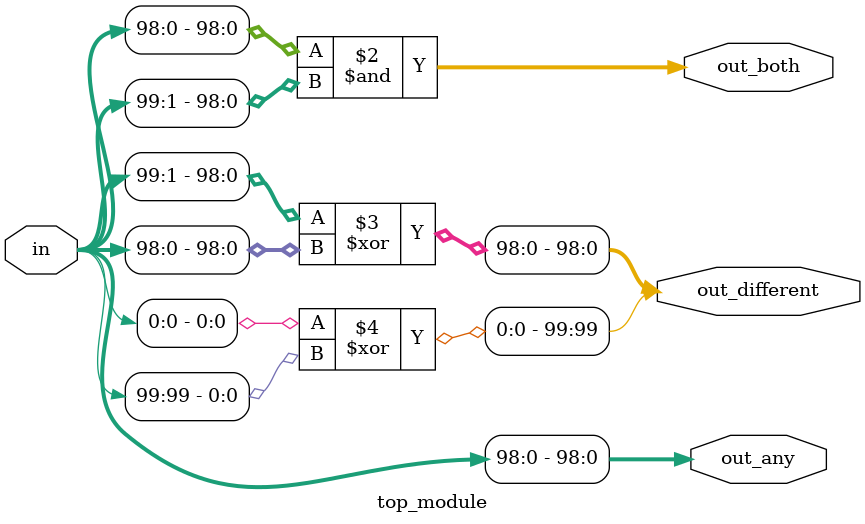
<source format=sv>
module top_module (
  input [99:0] in,
  output reg [98:0] out_both,
  output reg [99:1] out_any,
  output reg [99:0] out_different
);

  always @(*) begin
    out_both = in[98:0] & in[99:1];
    out_any = in[99:0];
    out_different = {in[0] ^ in[99], in[99:1] ^ in[98:0]};
  end
  
endmodule

</source>
